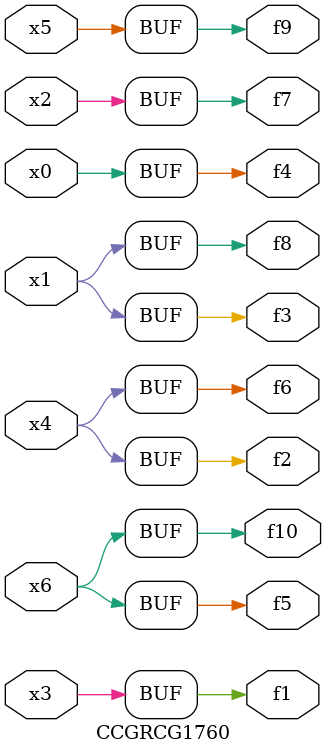
<source format=v>
module CCGRCG1760(
	input x0, x1, x2, x3, x4, x5, x6,
	output f1, f2, f3, f4, f5, f6, f7, f8, f9, f10
);
	assign f1 = x3;
	assign f2 = x4;
	assign f3 = x1;
	assign f4 = x0;
	assign f5 = x6;
	assign f6 = x4;
	assign f7 = x2;
	assign f8 = x1;
	assign f9 = x5;
	assign f10 = x6;
endmodule

</source>
